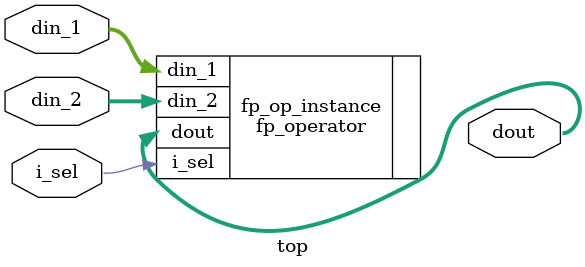
<source format=v>
module top(
    input wire signed [31:0] din_1,
    input wire signed [31:0] din_2,
    input wire i_sel,

    output wire signed [31:0] dout
    );

    // Instance of the fixed-point operator
    fp_operator fp_op_instance (
        .din_1(din_1),
        .din_2(din_2),
        .i_sel(i_sel),
        .dout(dout)
    );

endmodule
</source>
